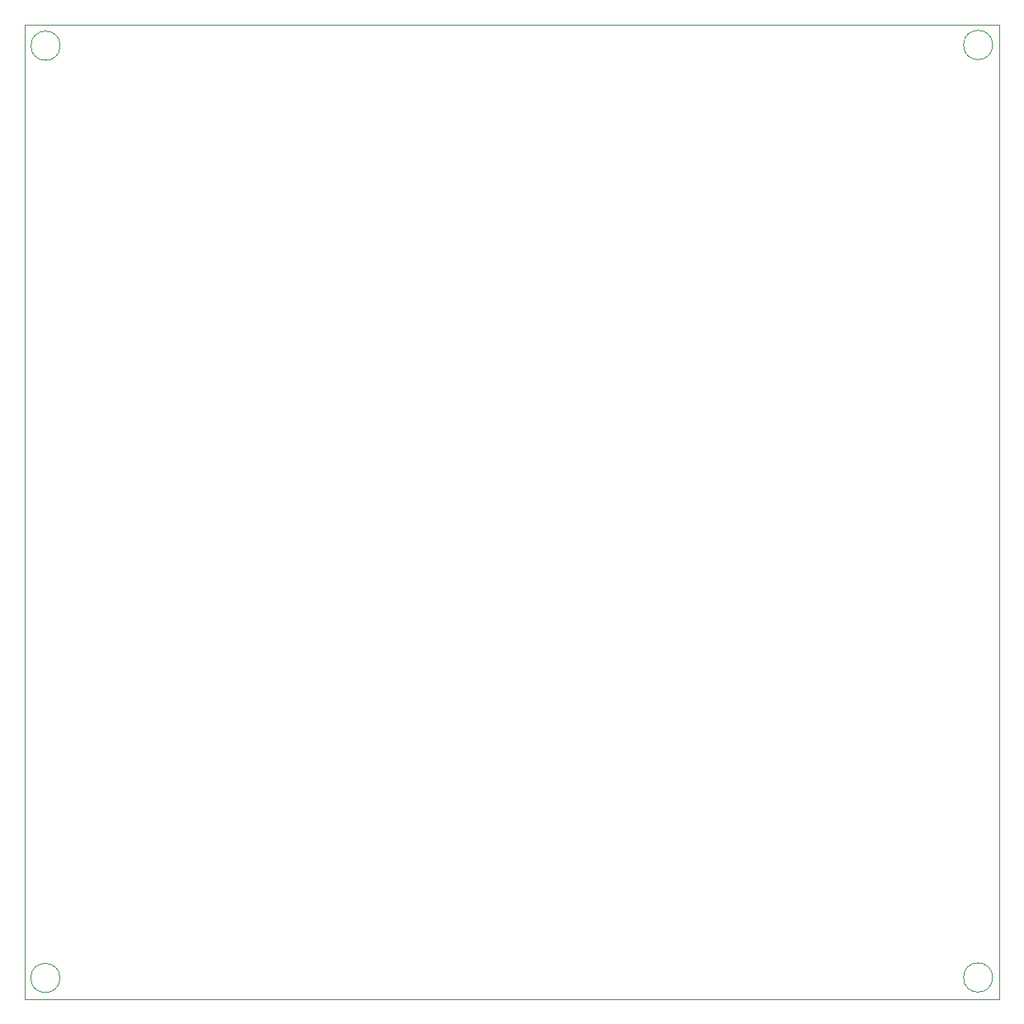
<source format=gbr>
G04 #@! TF.GenerationSoftware,KiCad,Pcbnew,(5.1.5)-3*
G04 #@! TF.CreationDate,2020-07-08T15:32:54-03:00*
G04 #@! TF.ProjectId,VH3,5648332e-6b69-4636-9164-5f7063625858,VH3*
G04 #@! TF.SameCoordinates,Original*
G04 #@! TF.FileFunction,Profile,NP*
%FSLAX46Y46*%
G04 Gerber Fmt 4.6, Leading zero omitted, Abs format (unit mm)*
G04 Created by KiCad (PCBNEW (5.1.5)-3) date 2020-07-08 15:32:54*
%MOMM*%
%LPD*%
G04 APERTURE LIST*
%ADD10C,0.050000*%
G04 APERTURE END LIST*
D10*
X101652200Y-52144800D02*
G75*
G03X101652200Y-52144800I-1500000J0D01*
G01*
X197332600Y-52070000D02*
G75*
G03X197332600Y-52070000I-1500000J0D01*
G01*
X197332600Y-147751800D02*
G75*
G03X197332600Y-147751800I-1500000J0D01*
G01*
X101626800Y-147801200D02*
G75*
G03X101626800Y-147801200I-1500000J0D01*
G01*
X198000000Y-50000000D02*
X98000000Y-50000000D01*
X198000000Y-150000000D02*
X198000000Y-50000000D01*
X98000000Y-150000000D02*
X198000000Y-150000000D01*
X98000000Y-50000000D02*
X98000000Y-150000000D01*
M02*

</source>
